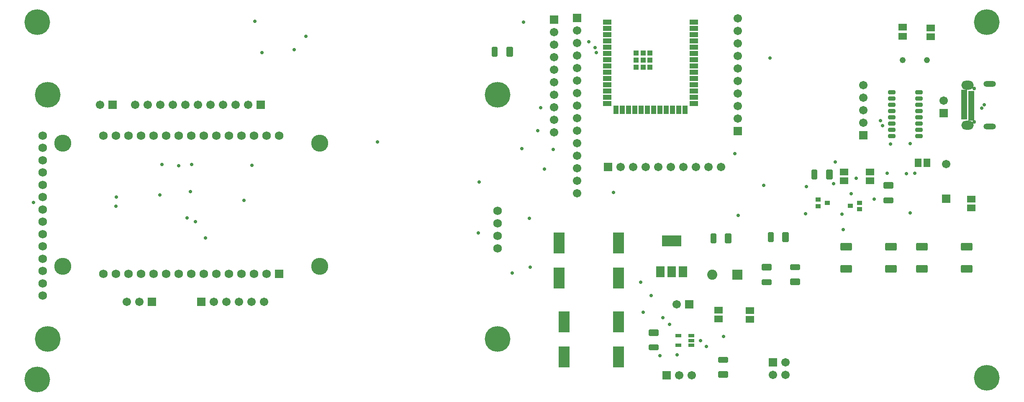
<source format=gbr>
G04*
G04 #@! TF.GenerationSoftware,Altium Limited,Altium Designer,23.1.1 (15)*
G04*
G04 Layer_Color=8388736*
%FSLAX44Y44*%
%MOMM*%
G71*
G04*
G04 #@! TF.SameCoordinates,1587853A-9B19-4160-AC70-F3A7ED46FF3E*
G04*
G04*
G04 #@! TF.FilePolarity,Negative*
G04*
G01*
G75*
%ADD34R,1.1532X0.5032*%
G04:AMPARAMS|DCode=35|XSize=1.5132mm|YSize=0.8232mm|CornerRadius=0.1791mm|HoleSize=0mm|Usage=FLASHONLY|Rotation=180.000|XOffset=0mm|YOffset=0mm|HoleType=Round|Shape=RoundedRectangle|*
%AMROUNDEDRECTD35*
21,1,1.5132,0.4650,0,0,180.0*
21,1,1.1550,0.8232,0,0,180.0*
1,1,0.3582,-0.5775,0.2325*
1,1,0.3582,0.5775,0.2325*
1,1,0.3582,0.5775,-0.2325*
1,1,0.3582,-0.5775,-0.2325*
%
%ADD35ROUNDEDRECTD35*%
G04:AMPARAMS|DCode=36|XSize=2.3032mm|YSize=1.5832mm|CornerRadius=0.2051mm|HoleSize=0mm|Usage=FLASHONLY|Rotation=180.000|XOffset=0mm|YOffset=0mm|HoleType=Round|Shape=RoundedRectangle|*
%AMROUNDEDRECTD36*
21,1,2.3032,1.1730,0,0,180.0*
21,1,1.8930,1.5832,0,0,180.0*
1,1,0.4102,-0.9465,0.5865*
1,1,0.4102,0.9465,0.5865*
1,1,0.4102,0.9465,-0.5865*
1,1,0.4102,-0.9465,-0.5865*
%
%ADD36ROUNDEDRECTD36*%
%ADD37R,1.6532X1.3532*%
%ADD38R,1.3532X1.6532*%
G04:AMPARAMS|DCode=39|XSize=1.2932mm|YSize=1.9732mm|CornerRadius=0.1779mm|HoleSize=0mm|Usage=FLASHONLY|Rotation=90.000|XOffset=0mm|YOffset=0mm|HoleType=Round|Shape=RoundedRectangle|*
%AMROUNDEDRECTD39*
21,1,1.2932,1.6174,0,0,90.0*
21,1,0.9374,1.9732,0,0,90.0*
1,1,0.3558,0.8087,0.4687*
1,1,0.3558,0.8087,-0.4687*
1,1,0.3558,-0.8087,-0.4687*
1,1,0.3558,-0.8087,0.4687*
%
%ADD39ROUNDEDRECTD39*%
G04:AMPARAMS|DCode=40|XSize=1.1432mm|YSize=1.9732mm|CornerRadius=0.1674mm|HoleSize=0mm|Usage=FLASHONLY|Rotation=90.000|XOffset=0mm|YOffset=0mm|HoleType=Round|Shape=RoundedRectangle|*
%AMROUNDEDRECTD40*
21,1,1.1432,1.6384,0,0,90.0*
21,1,0.8084,1.9732,0,0,90.0*
1,1,0.3348,0.8192,0.4042*
1,1,0.3348,0.8192,-0.4042*
1,1,0.3348,-0.8192,-0.4042*
1,1,0.3348,-0.8192,0.4042*
%
%ADD40ROUNDEDRECTD40*%
%ADD41R,1.1032X0.9032*%
G04:AMPARAMS|DCode=42|XSize=1.1432mm|YSize=1.9732mm|CornerRadius=0.1674mm|HoleSize=0mm|Usage=FLASHONLY|Rotation=180.000|XOffset=0mm|YOffset=0mm|HoleType=Round|Shape=RoundedRectangle|*
%AMROUNDEDRECTD42*
21,1,1.1432,1.6384,0,0,180.0*
21,1,0.8084,1.9732,0,0,180.0*
1,1,0.3348,-0.4042,0.8192*
1,1,0.3348,0.4042,0.8192*
1,1,0.3348,0.4042,-0.8192*
1,1,0.3348,-0.4042,-0.8192*
%
%ADD42ROUNDEDRECTD42*%
G04:AMPARAMS|DCode=43|XSize=1.2932mm|YSize=1.9732mm|CornerRadius=0.1779mm|HoleSize=0mm|Usage=FLASHONLY|Rotation=180.000|XOffset=0mm|YOffset=0mm|HoleType=Round|Shape=RoundedRectangle|*
%AMROUNDEDRECTD43*
21,1,1.2932,1.6174,0,0,180.0*
21,1,0.9374,1.9732,0,0,180.0*
1,1,0.3558,-0.4687,0.8087*
1,1,0.3558,0.4687,0.8087*
1,1,0.3558,0.4687,-0.8087*
1,1,0.3558,-0.4687,-0.8087*
%
%ADD43ROUNDEDRECTD43*%
%ADD44R,1.1032X1.1032*%
%ADD45R,1.7032X1.1032*%
%ADD46R,1.1032X1.7032*%
%ADD47R,2.2032X4.2032*%
%ADD48R,1.3032X0.8032*%
%ADD49R,4.0032X2.2032*%
%ADD50R,1.7032X2.2032*%
%ADD51C,1.7032*%
%ADD52R,1.7032X1.7032*%
%ADD53C,5.2032*%
%ADD54R,1.7032X1.7032*%
%ADD55C,1.2332*%
%ADD56O,2.5032X1.8032*%
%ADD57O,2.5032X1.2032*%
%ADD58C,0.7532*%
%ADD59C,2.0532*%
%ADD60R,2.0532X2.0532*%
%ADD61C,1.7272*%
%ADD62C,3.4532*%
%ADD63C,1.7332*%
%ADD64R,1.7332X1.7332*%
%ADD65C,0.7032*%
D34*
X1927409Y566590D02*
D03*
Y571590D02*
D03*
Y576589D02*
D03*
Y581590D02*
D03*
Y586590D02*
D03*
Y591589D02*
D03*
Y596589D02*
D03*
Y601590D02*
D03*
Y606590D02*
D03*
Y611590D02*
D03*
Y616590D02*
D03*
Y621590D02*
D03*
X1913409Y624089D02*
D03*
Y619090D02*
D03*
Y614089D02*
D03*
Y609090D02*
D03*
Y604089D02*
D03*
Y599089D02*
D03*
Y594089D02*
D03*
Y589090D02*
D03*
Y584090D02*
D03*
Y579091D02*
D03*
Y574090D02*
D03*
Y569091D02*
D03*
D35*
X1822010Y583402D02*
D03*
Y596102D02*
D03*
X1767010Y532602D02*
D03*
Y545302D02*
D03*
X1822010Y621502D02*
D03*
X1767010Y608802D02*
D03*
X1822010D02*
D03*
X1767010Y621502D02*
D03*
Y596102D02*
D03*
Y583402D02*
D03*
Y558002D02*
D03*
X1822010Y570702D02*
D03*
Y558002D02*
D03*
Y532602D02*
D03*
X1767010Y570702D02*
D03*
X1822010Y545302D02*
D03*
D36*
X1918250Y308150D02*
D03*
Y263350D02*
D03*
X1827250Y308150D02*
D03*
Y263350D02*
D03*
X1765000Y308150D02*
D03*
Y263350D02*
D03*
X1674000Y308150D02*
D03*
Y263350D02*
D03*
D37*
X1927250Y404750D02*
D03*
Y386750D02*
D03*
X1845000Y751750D02*
D03*
Y733750D02*
D03*
X1788750Y753251D02*
D03*
Y735250D02*
D03*
X1670500Y459750D02*
D03*
Y441749D02*
D03*
X1722750Y459750D02*
D03*
Y441750D02*
D03*
X1480000Y161000D02*
D03*
Y179000D02*
D03*
X1415750Y161749D02*
D03*
Y179750D02*
D03*
D38*
X1838000Y478750D02*
D03*
X1820000D02*
D03*
D39*
X1571000Y236850D02*
D03*
X1760250Y432400D02*
D03*
X1425500Y49099D02*
D03*
X1284500Y133900D02*
D03*
X1513500Y266650D02*
D03*
D40*
X1571000Y266900D02*
D03*
X1760250Y402350D02*
D03*
X1425500Y79150D02*
D03*
X1284500Y103850D02*
D03*
X1513500Y236600D02*
D03*
D41*
X1636250Y397249D02*
D03*
X1617250Y390750D02*
D03*
Y403749D02*
D03*
X1682500Y391000D02*
D03*
X1701500Y397500D02*
D03*
Y384500D02*
D03*
D42*
X1610100Y454751D02*
D03*
X1521600Y327750D02*
D03*
X1405850Y325250D02*
D03*
X963410Y703810D02*
D03*
D43*
X1640150Y454751D02*
D03*
X1551651Y327750D02*
D03*
X1435900Y325250D02*
D03*
X993460Y703810D02*
D03*
D44*
X1277600Y672750D02*
D03*
X1263600D02*
D03*
X1249600D02*
D03*
Y700750D02*
D03*
X1263600D02*
D03*
X1277600D02*
D03*
X1249600Y686750D02*
D03*
X1277600D02*
D03*
X1263600D02*
D03*
D45*
X1366100Y763950D02*
D03*
Y751250D02*
D03*
Y738550D02*
D03*
Y725850D02*
D03*
Y713150D02*
D03*
Y700450D02*
D03*
Y687750D02*
D03*
Y675050D02*
D03*
Y662350D02*
D03*
Y649650D02*
D03*
Y636950D02*
D03*
Y624250D02*
D03*
Y611550D02*
D03*
Y598850D02*
D03*
X1191100D02*
D03*
Y611550D02*
D03*
Y624250D02*
D03*
Y636950D02*
D03*
Y649650D02*
D03*
Y662350D02*
D03*
Y675050D02*
D03*
Y687750D02*
D03*
Y700450D02*
D03*
Y713150D02*
D03*
Y725850D02*
D03*
Y738550D02*
D03*
Y751250D02*
D03*
Y763950D02*
D03*
D46*
X1348450Y586350D02*
D03*
X1335750D02*
D03*
X1323050D02*
D03*
X1310350D02*
D03*
X1297650D02*
D03*
X1284950D02*
D03*
X1272250D02*
D03*
X1259550D02*
D03*
X1246850D02*
D03*
X1234150D02*
D03*
X1221450D02*
D03*
X1208750D02*
D03*
D47*
X1103790Y156040D02*
D03*
Y85040D02*
D03*
X1213790Y156040D02*
D03*
Y85040D02*
D03*
X1213790Y316040D02*
D03*
Y245040D02*
D03*
X1093790Y316040D02*
D03*
Y245040D02*
D03*
D48*
X1335250Y108500D02*
D03*
Y127500D02*
D03*
X1361250D02*
D03*
Y118000D02*
D03*
Y108500D02*
D03*
D49*
X1321500Y320250D02*
D03*
D50*
X1344501Y257250D02*
D03*
X1321500D02*
D03*
X1298500D02*
D03*
D51*
X1362300Y47500D02*
D03*
X1336900D02*
D03*
X1129600Y416250D02*
D03*
Y441650D02*
D03*
Y467050D02*
D03*
Y492450D02*
D03*
Y517850D02*
D03*
Y543250D02*
D03*
Y568650D02*
D03*
Y594050D02*
D03*
Y619450D02*
D03*
Y644850D02*
D03*
Y670250D02*
D03*
Y695650D02*
D03*
Y721050D02*
D03*
Y746450D02*
D03*
X1877000Y476251D02*
D03*
X1708912Y560034D02*
D03*
Y585434D02*
D03*
Y610834D02*
D03*
Y636234D02*
D03*
X1871472Y604992D02*
D03*
X1551400Y48350D02*
D03*
X1526000D02*
D03*
X1551400Y73750D02*
D03*
X1218000Y469600D02*
D03*
X1268800D02*
D03*
X1294200D02*
D03*
X1319600D02*
D03*
X1345000D02*
D03*
X1370400D02*
D03*
X1395800D02*
D03*
X1421200D02*
D03*
X1243400D02*
D03*
X1454850Y568500D02*
D03*
Y619300D02*
D03*
Y644700D02*
D03*
Y670100D02*
D03*
Y695500D02*
D03*
Y720900D02*
D03*
Y746300D02*
D03*
Y771700D02*
D03*
Y593900D02*
D03*
X1083350Y743450D02*
D03*
Y692650D02*
D03*
Y667250D02*
D03*
Y641850D02*
D03*
Y616450D02*
D03*
Y591050D02*
D03*
Y565650D02*
D03*
Y540250D02*
D03*
Y718050D02*
D03*
X1331350Y191000D02*
D03*
X164600Y596240D02*
D03*
X219200Y196240D02*
D03*
X244600D02*
D03*
X497000Y196240D02*
D03*
X471600D02*
D03*
X446200D02*
D03*
X420800D02*
D03*
X395400D02*
D03*
X464599Y596240D02*
D03*
X439199D02*
D03*
X413800D02*
D03*
X388400D02*
D03*
X362999D02*
D03*
X337599D02*
D03*
X312199D02*
D03*
X286800D02*
D03*
X261399D02*
D03*
X236000D02*
D03*
D52*
X1311500Y47500D02*
D03*
X1192600Y469600D02*
D03*
X1356750Y191000D02*
D03*
X190000Y596240D02*
D03*
X270000Y196240D02*
D03*
X370000Y196240D02*
D03*
X490000Y596240D02*
D03*
D53*
X37750Y38750D02*
D03*
X1958750Y42250D02*
D03*
Y763500D02*
D03*
X37750Y763750D02*
D03*
X968810Y616210D02*
D03*
X58810D02*
D03*
Y121210D02*
D03*
X968810D02*
D03*
D54*
X1129600Y771850D02*
D03*
X1877000Y405251D02*
D03*
X1708912Y534634D02*
D03*
X1871472Y579592D02*
D03*
X1526000Y73750D02*
D03*
X1454850Y543100D02*
D03*
X1083350Y768850D02*
D03*
D55*
X1788850Y686500D02*
D03*
X1837650D02*
D03*
D56*
X1919667Y635941D02*
D03*
Y554740D02*
D03*
D57*
X1965169Y638540D02*
D03*
Y552140D02*
D03*
D58*
X1933168Y629340D02*
D03*
Y561339D02*
D03*
D59*
X1403850Y251250D02*
D03*
D60*
X1454650D02*
D03*
D61*
X48810Y533809D02*
D03*
Y208810D02*
D03*
Y233810D02*
D03*
Y258810D02*
D03*
Y283810D02*
D03*
Y308810D02*
D03*
Y333810D02*
D03*
Y358810D02*
D03*
Y383810D02*
D03*
Y408810D02*
D03*
Y433810D02*
D03*
Y458810D02*
D03*
Y483810D02*
D03*
Y508810D02*
D03*
X968810Y356010D02*
D03*
Y330610D02*
D03*
Y305210D02*
D03*
Y381410D02*
D03*
D62*
X89290Y518280D02*
D03*
X609290D02*
D03*
Y268280D02*
D03*
X89290D02*
D03*
D63*
X527090Y533280D02*
D03*
X501690D02*
D03*
X476290D02*
D03*
X450890D02*
D03*
X425490D02*
D03*
X400090D02*
D03*
X374690D02*
D03*
X349290D02*
D03*
X323890D02*
D03*
X298490D02*
D03*
X273090D02*
D03*
X247690D02*
D03*
X222290D02*
D03*
X196890D02*
D03*
X171490D02*
D03*
Y253280D02*
D03*
X196890D02*
D03*
X222290D02*
D03*
X247690D02*
D03*
X273090D02*
D03*
X298490D02*
D03*
X323890D02*
D03*
X349290D02*
D03*
X374690D02*
D03*
X400090D02*
D03*
X425490D02*
D03*
X450890D02*
D03*
X476290D02*
D03*
X501690D02*
D03*
D64*
X527090D02*
D03*
D65*
X1953500Y595750D02*
D03*
X1949071Y589648D02*
D03*
X30000Y397750D02*
D03*
X998500Y255250D02*
D03*
X197500Y409250D02*
D03*
X197250Y390250D02*
D03*
X477750Y765250D02*
D03*
X472250Y473250D02*
D03*
X455750Y402000D02*
D03*
X340750Y366750D02*
D03*
X378250Y325750D02*
D03*
X357500Y358750D02*
D03*
X726000Y520500D02*
D03*
X931500Y439250D02*
D03*
X929750Y336000D02*
D03*
X324250Y472250D02*
D03*
X350000Y475000D02*
D03*
X347500Y420250D02*
D03*
X289750Y474750D02*
D03*
X286000Y413250D02*
D03*
X1035250Y267000D02*
D03*
X1033500Y366250D02*
D03*
X1018000Y507250D02*
D03*
X1021500Y763500D02*
D03*
X1081500Y505500D02*
D03*
X1203750Y418500D02*
D03*
X1050000Y543250D02*
D03*
X581500Y735000D02*
D03*
X1056250Y590000D02*
D03*
X557500Y708000D02*
D03*
X492250Y702000D02*
D03*
X1064000Y466000D02*
D03*
X1449250Y497000D02*
D03*
X1507500Y432750D02*
D03*
X1455500Y372000D02*
D03*
X1803500Y377000D02*
D03*
X1592250Y375250D02*
D03*
X1668750Y343000D02*
D03*
X1666000Y374250D02*
D03*
X1731000Y404500D02*
D03*
X1684250Y416000D02*
D03*
X1594250Y430500D02*
D03*
X1649250Y435750D02*
D03*
X1694500Y446750D02*
D03*
X1796000Y456750D02*
D03*
X1813500Y457000D02*
D03*
X1757750Y457500D02*
D03*
X1652500Y479750D02*
D03*
X1763750Y516750D02*
D03*
X1804250Y517000D02*
D03*
X1743500Y563750D02*
D03*
X1748250Y553750D02*
D03*
X1259000Y236500D02*
D03*
X1279750Y209500D02*
D03*
X1426250Y126250D02*
D03*
X1379500Y117500D02*
D03*
X1264000Y175500D02*
D03*
X1303750Y164500D02*
D03*
X1332250Y89000D02*
D03*
X1391500Y105750D02*
D03*
X1317250Y150750D02*
D03*
X1298000Y87250D02*
D03*
X1520000Y690750D02*
D03*
X1168750Y702000D02*
D03*
X1166000Y712500D02*
D03*
X1154000Y724000D02*
D03*
M02*

</source>
